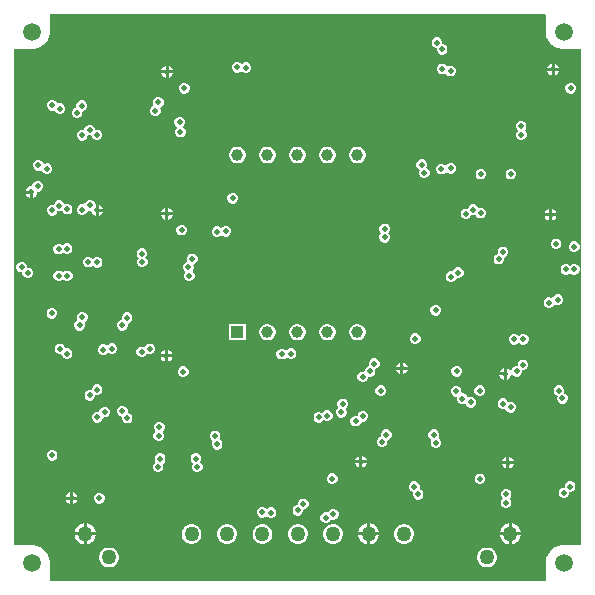
<source format=gbr>
G04*
G04 #@! TF.GenerationSoftware,Altium Limited,Altium Designer,23.8.1 (32)*
G04*
G04 Layer_Physical_Order=4*
G04 Layer_Color=36540*
%FSLAX44Y44*%
%MOMM*%
G71*
G04*
G04 #@! TF.SameCoordinates,4E8033DB-9698-49A7-8747-1B8CF0FAEC2F*
G04*
G04*
G04 #@! TF.FilePolarity,Positive*
G04*
G01*
G75*
%ADD18C,1.0000*%
%ADD19R,1.0000X1.0000*%
%ADD20C,1.5000*%
%ADD21C,0.5000*%
%ADD22C,1.2700*%
G36*
X458946Y490158D02*
X459843Y489259D01*
X459827Y475142D01*
X459898Y473678D01*
X460469Y470807D01*
X461590Y468103D01*
X463216Y465669D01*
X465286Y463599D01*
X467720Y461973D01*
X470424Y460852D01*
X473295Y460281D01*
X474759Y460209D01*
X474818D01*
X489823Y460168D01*
X489791Y41071D01*
X488893Y40174D01*
X474810Y40199D01*
Y40154D01*
X473343Y40082D01*
X470467Y39510D01*
X467757Y38387D01*
X465319Y36758D01*
X463245Y34684D01*
X461616Y32246D01*
X460493Y29536D01*
X459921Y26660D01*
X459849Y25193D01*
X459851Y11050D01*
X458953Y10152D01*
X39865Y10210D01*
X39851Y25144D01*
Y25197D01*
X39778Y26666D01*
X39205Y29548D01*
X38081Y32263D01*
X36448Y34707D01*
X34370Y36785D01*
X31927Y38417D01*
X29212Y39542D01*
X26329Y40115D01*
X24860Y40188D01*
X10740Y40184D01*
X9841Y41082D01*
X9844Y460135D01*
X24837Y460212D01*
X26306Y460285D01*
X29187Y460858D01*
X31901Y461982D01*
X34343Y463614D01*
X36421Y465691D01*
X38053Y468134D01*
X39177Y470848D01*
X39750Y473729D01*
X39822Y475197D01*
X39830D01*
X39901Y490167D01*
X39902D01*
X458946Y490158D01*
D02*
G37*
%LPC*%
G36*
X368609Y470360D02*
X366819D01*
X365165Y469675D01*
X363899Y468409D01*
X363214Y466755D01*
Y464965D01*
X363899Y463311D01*
X365165Y462045D01*
X366819Y461360D01*
X367539D01*
X367676Y461155D01*
Y459365D01*
X368361Y457711D01*
X369627Y456445D01*
X371281Y455760D01*
X373071D01*
X374725Y456445D01*
X375991Y457711D01*
X376676Y459365D01*
Y461155D01*
X375991Y462809D01*
X374725Y464075D01*
X373071Y464760D01*
X372351D01*
X372214Y464965D01*
Y466755D01*
X371529Y468409D01*
X370263Y469675D01*
X368609Y470360D01*
D02*
G37*
G36*
X467374Y448017D02*
Y444357D01*
X471034D01*
X470377Y445942D01*
X468959Y447360D01*
X467374Y448017D01*
D02*
G37*
G36*
X464834D02*
X463249Y447360D01*
X461832Y445942D01*
X461175Y444357D01*
X464834D01*
Y448017D01*
D02*
G37*
G36*
X140719Y446125D02*
Y442466D01*
X144378D01*
X143722Y444051D01*
X142304Y445469D01*
X140719Y446125D01*
D02*
G37*
G36*
X138179D02*
X136594Y445469D01*
X135176Y444051D01*
X134520Y442466D01*
X138179D01*
Y446125D01*
D02*
G37*
G36*
X199735Y449337D02*
X197945D01*
X196291Y448652D01*
X195025Y447386D01*
X194340Y445732D01*
Y443942D01*
X195025Y442288D01*
X196291Y441022D01*
X197945Y440337D01*
X199735D01*
X201389Y441022D01*
X202403Y442036D01*
X203545Y440895D01*
X205199Y440210D01*
X206989D01*
X208643Y440895D01*
X209909Y442161D01*
X210594Y443815D01*
Y445605D01*
X209909Y447259D01*
X208643Y448525D01*
X206989Y449210D01*
X205199D01*
X203545Y448525D01*
X202530Y447510D01*
X201389Y448652D01*
X199735Y449337D01*
D02*
G37*
G36*
X471034Y441817D02*
X467374D01*
Y438158D01*
X468959Y438815D01*
X470377Y440232D01*
X471034Y441817D01*
D02*
G37*
G36*
X464834D02*
X461175D01*
X461832Y440232D01*
X463249Y438815D01*
X464834Y438158D01*
Y441817D01*
D02*
G37*
G36*
X373342Y447988D02*
X371552D01*
X369898Y447303D01*
X368632Y446037D01*
X367947Y444383D01*
Y442593D01*
X368632Y440939D01*
X369898Y439673D01*
X371552Y438988D01*
X373342D01*
X374335Y439399D01*
X375785Y439216D01*
X377051Y437950D01*
X378705Y437265D01*
X380495D01*
X382149Y437950D01*
X383415Y439216D01*
X384100Y440870D01*
Y442660D01*
X383415Y444314D01*
X382149Y445580D01*
X380495Y446265D01*
X378705D01*
X377712Y445854D01*
X376261Y446037D01*
X374996Y447303D01*
X373342Y447988D01*
D02*
G37*
G36*
X144378Y439926D02*
X140719D01*
Y436267D01*
X142304Y436924D01*
X143722Y438341D01*
X144378Y439926D01*
D02*
G37*
G36*
X138179D02*
X134520D01*
X135176Y438341D01*
X136594Y436924D01*
X138179Y436267D01*
Y439926D01*
D02*
G37*
G36*
X481809Y431620D02*
X480019D01*
X478365Y430935D01*
X477099Y429669D01*
X476414Y428015D01*
Y426225D01*
X477099Y424571D01*
X478365Y423305D01*
X480019Y422620D01*
X481809D01*
X483463Y423305D01*
X484729Y424571D01*
X485414Y426225D01*
Y428015D01*
X484729Y429669D01*
X483463Y430935D01*
X481809Y431620D01*
D02*
G37*
G36*
X154750D02*
X152960D01*
X151306Y430935D01*
X150040Y429669D01*
X149355Y428015D01*
Y426225D01*
X150040Y424571D01*
X151306Y423305D01*
X152960Y422620D01*
X154750D01*
X156404Y423305D01*
X157670Y424571D01*
X158355Y426225D01*
Y428015D01*
X157670Y429669D01*
X156404Y430935D01*
X154750Y431620D01*
D02*
G37*
G36*
X42795Y417290D02*
X41005D01*
X39351Y416605D01*
X38085Y415340D01*
X37400Y413686D01*
Y411895D01*
X38085Y410242D01*
X39351Y408976D01*
X41005Y408290D01*
X42795D01*
X44176Y408863D01*
X44777Y407412D01*
X46043Y406146D01*
X47697Y405461D01*
X49487D01*
X51141Y406146D01*
X52407Y407412D01*
X53092Y409066D01*
Y410856D01*
X52407Y412510D01*
X51141Y413776D01*
X49487Y414461D01*
X47697D01*
X46316Y413889D01*
X45715Y415340D01*
X44449Y416605D01*
X42795Y417290D01*
D02*
G37*
G36*
X132822Y419635D02*
X131032D01*
X129378Y418949D01*
X128112Y417683D01*
X127427Y416030D01*
Y414239D01*
X128104Y412605D01*
X126900Y412106D01*
X125634Y410840D01*
X124949Y409186D01*
Y407396D01*
X125634Y405742D01*
X126900Y404476D01*
X128554Y403791D01*
X130344D01*
X131998Y404476D01*
X133264Y405742D01*
X133949Y407396D01*
Y409186D01*
X133272Y410821D01*
X134476Y411320D01*
X135742Y412585D01*
X136427Y414239D01*
Y416030D01*
X135742Y417683D01*
X134476Y418949D01*
X132822Y419635D01*
D02*
G37*
G36*
X67951Y416918D02*
X66161D01*
X64507Y416233D01*
X63241Y414967D01*
X62556Y413313D01*
Y411523D01*
X62603Y411410D01*
X62185Y410785D01*
X60531Y410100D01*
X59265Y408834D01*
X58580Y407180D01*
Y405390D01*
X59265Y403736D01*
X60531Y402470D01*
X62185Y401785D01*
X63975D01*
X65629Y402470D01*
X66895Y403736D01*
X67580Y405390D01*
Y407180D01*
X67534Y407293D01*
X67951Y407918D01*
X69605Y408603D01*
X70871Y409869D01*
X71556Y411523D01*
Y413313D01*
X70871Y414967D01*
X69605Y416233D01*
X67951Y416918D01*
D02*
G37*
G36*
X150877Y402942D02*
X149087D01*
X147433Y402257D01*
X146167Y400991D01*
X145482Y399337D01*
Y397547D01*
X146167Y395892D01*
X147241Y394818D01*
X147430Y394575D01*
X147363Y393281D01*
X146700Y392618D01*
X146015Y390964D01*
Y389174D01*
X146700Y387520D01*
X147966Y386254D01*
X149620Y385569D01*
X151410D01*
X153064Y386254D01*
X154330Y387520D01*
X155015Y389174D01*
Y390964D01*
X154330Y392618D01*
X153256Y393692D01*
X153067Y393936D01*
X153134Y395230D01*
X153797Y395892D01*
X154482Y397547D01*
Y399337D01*
X153797Y400991D01*
X152531Y402257D01*
X150877Y402942D01*
D02*
G37*
G36*
X439993Y399488D02*
X438203D01*
X436549Y398802D01*
X435283Y397537D01*
X434598Y395883D01*
Y394092D01*
X435283Y392439D01*
X436336Y391386D01*
X435411Y390461D01*
X434726Y388807D01*
Y387017D01*
X435411Y385363D01*
X436677Y384097D01*
X438331Y383412D01*
X440121D01*
X441775Y384097D01*
X443041Y385363D01*
X443726Y387017D01*
Y388807D01*
X443041Y390461D01*
X441988Y391514D01*
X442913Y392439D01*
X443598Y394092D01*
Y395883D01*
X442913Y397537D01*
X441647Y398802D01*
X439993Y399488D01*
D02*
G37*
G36*
X74542Y396320D02*
X72752D01*
X71098Y395635D01*
X69832Y394369D01*
X69147Y392715D01*
Y392560D01*
X68195Y391924D01*
X66405D01*
X64751Y391239D01*
X63485Y389973D01*
X62800Y388319D01*
Y386529D01*
X63485Y384875D01*
X64751Y383609D01*
X66405Y382924D01*
X68195D01*
X69849Y383609D01*
X71115Y384875D01*
X71800Y386529D01*
Y386684D01*
X72752Y387320D01*
X74542D01*
X74568Y387331D01*
X75447Y386743D01*
X76132Y385089D01*
X77398Y383824D01*
X79052Y383139D01*
X80842D01*
X82496Y383824D01*
X83762Y385089D01*
X84447Y386743D01*
Y388534D01*
X83762Y390188D01*
X82496Y391453D01*
X80842Y392138D01*
X79052D01*
X77998Y393076D01*
X77462Y394369D01*
X76196Y395635D01*
X74542Y396320D01*
D02*
G37*
G36*
X301362Y377640D02*
X299519D01*
X297738Y377163D01*
X296142Y376241D01*
X294839Y374938D01*
X293917Y373342D01*
X293440Y371562D01*
Y369719D01*
X293917Y367938D01*
X294839Y366342D01*
X296142Y365039D01*
X297738Y364117D01*
X299519Y363640D01*
X301362D01*
X303142Y364117D01*
X304738Y365039D01*
X306041Y366342D01*
X306963Y367938D01*
X307440Y369719D01*
Y371562D01*
X306963Y373342D01*
X306041Y374938D01*
X304738Y376241D01*
X303142Y377163D01*
X301362Y377640D01*
D02*
G37*
G36*
X275962D02*
X274118D01*
X272338Y377163D01*
X270742Y376241D01*
X269439Y374938D01*
X268517Y373342D01*
X268040Y371562D01*
Y369719D01*
X268517Y367938D01*
X269439Y366342D01*
X270742Y365039D01*
X272338Y364117D01*
X274118Y363640D01*
X275962D01*
X277742Y364117D01*
X279338Y365039D01*
X280641Y366342D01*
X281563Y367938D01*
X282040Y369719D01*
Y371562D01*
X281563Y373342D01*
X280641Y374938D01*
X279338Y376241D01*
X277742Y377163D01*
X275962Y377640D01*
D02*
G37*
G36*
X250562D02*
X248718D01*
X246938Y377163D01*
X245342Y376241D01*
X244039Y374938D01*
X243117Y373342D01*
X242640Y371562D01*
Y369719D01*
X243117Y367938D01*
X244039Y366342D01*
X245342Y365039D01*
X246938Y364117D01*
X248718Y363640D01*
X250562D01*
X252342Y364117D01*
X253938Y365039D01*
X255241Y366342D01*
X256163Y367938D01*
X256640Y369719D01*
Y371562D01*
X256163Y373342D01*
X255241Y374938D01*
X253938Y376241D01*
X252342Y377163D01*
X250562Y377640D01*
D02*
G37*
G36*
X225162D02*
X223319D01*
X221538Y377163D01*
X219942Y376241D01*
X218639Y374938D01*
X217717Y373342D01*
X217240Y371562D01*
Y369719D01*
X217717Y367938D01*
X218639Y366342D01*
X219942Y365039D01*
X221538Y364117D01*
X223319Y363640D01*
X225162D01*
X226942Y364117D01*
X228538Y365039D01*
X229841Y366342D01*
X230763Y367938D01*
X231240Y369719D01*
Y371562D01*
X230763Y373342D01*
X229841Y374938D01*
X228538Y376241D01*
X226942Y377163D01*
X225162Y377640D01*
D02*
G37*
G36*
X199762D02*
X197918D01*
X196138Y377163D01*
X194542Y376241D01*
X193239Y374938D01*
X192317Y373342D01*
X191840Y371562D01*
Y369719D01*
X192317Y367938D01*
X193239Y366342D01*
X194542Y365039D01*
X196138Y364117D01*
X197918Y363640D01*
X199762D01*
X201542Y364117D01*
X203138Y365039D01*
X204441Y366342D01*
X205363Y367938D01*
X205840Y369719D01*
Y371562D01*
X205363Y373342D01*
X204441Y374938D01*
X203138Y376241D01*
X201542Y377163D01*
X199762Y377640D01*
D02*
G37*
G36*
X380495Y363782D02*
X378705D01*
X377051Y363097D01*
X375785Y361831D01*
X374540Y362144D01*
X374102Y362582D01*
X372448Y363268D01*
X370658D01*
X369004Y362582D01*
X367738Y361316D01*
X367053Y359663D01*
Y357872D01*
X367738Y356218D01*
X369004Y354953D01*
X370658Y354268D01*
X372448D01*
X374102Y354953D01*
X375368Y356218D01*
X376613Y355905D01*
X377051Y355467D01*
X378705Y354782D01*
X380495D01*
X382149Y355467D01*
X383415Y356732D01*
X384100Y358386D01*
Y360177D01*
X383415Y361831D01*
X382149Y363097D01*
X380495Y363782D01*
D02*
G37*
G36*
X31256Y366519D02*
X29466D01*
X27812Y365834D01*
X26546Y364568D01*
X25861Y362914D01*
Y361124D01*
X26546Y359470D01*
X27812Y358204D01*
X29466Y357519D01*
X31256D01*
X31608Y357665D01*
X33251Y356970D01*
X33466Y356450D01*
X34732Y355184D01*
X36386Y354499D01*
X38177D01*
X39831Y355184D01*
X41096Y356450D01*
X41781Y358103D01*
Y359894D01*
X41096Y361548D01*
X39831Y362813D01*
X38177Y363499D01*
X36386D01*
X36035Y363353D01*
X34392Y364047D01*
X34176Y364568D01*
X32910Y365834D01*
X31256Y366519D01*
D02*
G37*
G36*
X355734Y367095D02*
X353944D01*
X352290Y366410D01*
X351024Y365144D01*
X350339Y363490D01*
Y361700D01*
X351024Y360046D01*
X352290Y358780D01*
X353243Y358385D01*
X353263Y358286D01*
X352578Y356632D01*
Y354841D01*
X353263Y353187D01*
X354529Y351922D01*
X356183Y351237D01*
X357973D01*
X359627Y351922D01*
X360893Y353187D01*
X361578Y354841D01*
Y356632D01*
X360893Y358286D01*
X359627Y359552D01*
X358674Y359946D01*
X358654Y360046D01*
X359339Y361700D01*
Y363490D01*
X358654Y365144D01*
X357388Y366410D01*
X355734Y367095D01*
D02*
G37*
G36*
X431295Y358999D02*
X429505D01*
X427851Y358314D01*
X426585Y357048D01*
X425900Y355394D01*
Y353604D01*
X426585Y351950D01*
X427851Y350684D01*
X429505Y349999D01*
X431295D01*
X432949Y350684D01*
X434215Y351950D01*
X434900Y353604D01*
Y355394D01*
X434215Y357048D01*
X432949Y358314D01*
X431295Y358999D01*
D02*
G37*
G36*
X405895Y358965D02*
X404105D01*
X402451Y358279D01*
X401185Y357014D01*
X400500Y355360D01*
Y353569D01*
X401185Y351916D01*
X402451Y350650D01*
X404105Y349965D01*
X405895D01*
X407549Y350650D01*
X408815Y351916D01*
X409500Y353569D01*
Y355360D01*
X408815Y357014D01*
X407549Y358279D01*
X405895Y358965D01*
D02*
G37*
G36*
X30606Y348672D02*
X28816D01*
X27162Y347986D01*
X25896Y346721D01*
X25211Y345067D01*
Y344083D01*
X23409D01*
X21556Y343316D01*
X20138Y341898D01*
X19482Y340313D01*
X24411D01*
Y339043D01*
X25681D01*
Y334114D01*
X27266Y334770D01*
X28684Y336188D01*
X29451Y338041D01*
Y339672D01*
X30606D01*
X32260Y340357D01*
X33526Y341623D01*
X34211Y343276D01*
Y345067D01*
X33526Y346721D01*
X32260Y347986D01*
X30606Y348672D01*
D02*
G37*
G36*
X23141Y337773D02*
X19482D01*
X20138Y336188D01*
X21556Y334770D01*
X23141Y334114D01*
Y337773D01*
D02*
G37*
G36*
X195833Y338610D02*
X194042D01*
X192388Y337925D01*
X191122Y336659D01*
X190437Y335005D01*
Y333215D01*
X191122Y331561D01*
X192388Y330295D01*
X194042Y329610D01*
X195833D01*
X197486Y330295D01*
X198752Y331561D01*
X199437Y333215D01*
Y335005D01*
X198752Y336659D01*
X197486Y337925D01*
X195833Y338610D01*
D02*
G37*
G36*
X48835Y332377D02*
X47045D01*
X45391Y331692D01*
X44125Y330426D01*
X43440Y328772D01*
X42862Y328386D01*
X42795Y328414D01*
X41005D01*
X39351Y327729D01*
X38085Y326463D01*
X37400Y324809D01*
Y323019D01*
X38085Y321365D01*
X39351Y320099D01*
X41005Y319414D01*
X42795D01*
X44449Y320099D01*
X45715Y321365D01*
X46400Y323019D01*
X46978Y323405D01*
X47045Y323377D01*
X48835D01*
X50115Y323907D01*
X50785Y322290D01*
X52051Y321024D01*
X53705Y320339D01*
X55495D01*
X57149Y321024D01*
X58415Y322290D01*
X59100Y323944D01*
Y325734D01*
X58415Y327388D01*
X57149Y328654D01*
X55495Y329339D01*
X53705D01*
X52425Y328809D01*
X51755Y330426D01*
X50489Y331692D01*
X48835Y332377D01*
D02*
G37*
G36*
X81270Y328939D02*
Y325280D01*
X84929D01*
X84273Y326865D01*
X82855Y328283D01*
X81270Y328939D01*
D02*
G37*
G36*
X399459Y328856D02*
X397668D01*
X396015Y328171D01*
X394749Y326905D01*
X394063Y325251D01*
X393828Y325094D01*
X393239Y325338D01*
X391449D01*
X389795Y324653D01*
X388529Y323387D01*
X387844Y321733D01*
Y319943D01*
X388529Y318289D01*
X389795Y317023D01*
X391449Y316338D01*
X393239D01*
X394893Y317023D01*
X396159Y318289D01*
X396844Y319943D01*
X397080Y320100D01*
X397668Y319856D01*
X399459D01*
X400625Y320340D01*
X401185Y318988D01*
X402451Y317722D01*
X404105Y317037D01*
X405895D01*
X407549Y317722D01*
X408815Y318988D01*
X409500Y320641D01*
Y322432D01*
X408815Y324086D01*
X407549Y325351D01*
X405895Y326036D01*
X404105D01*
X402938Y325553D01*
X402378Y326905D01*
X401113Y328171D01*
X399459Y328856D01*
D02*
G37*
G36*
X140356Y325873D02*
Y322213D01*
X144016D01*
X143359Y323798D01*
X141941Y325216D01*
X140356Y325873D01*
D02*
G37*
G36*
X137816D02*
X136231Y325216D01*
X134814Y323798D01*
X134157Y322213D01*
X137816D01*
Y325873D01*
D02*
G37*
G36*
X465232Y325175D02*
Y321516D01*
X468891D01*
X468235Y323101D01*
X466817Y324518D01*
X465232Y325175D01*
D02*
G37*
G36*
X462692D02*
X461107Y324518D01*
X459689Y323101D01*
X459033Y321516D01*
X462692D01*
Y325175D01*
D02*
G37*
G36*
X84929Y322740D02*
X81270D01*
Y319081D01*
X82855Y319738D01*
X84273Y321155D01*
X84929Y322740D01*
D02*
G37*
G36*
X74975Y332477D02*
X73185D01*
X71531Y331792D01*
X70265Y330526D01*
X69943Y329749D01*
X68472Y328984D01*
X66682D01*
X65028Y328299D01*
X63762Y327033D01*
X63077Y325379D01*
Y323589D01*
X63762Y321935D01*
X65028Y320669D01*
X66682Y319984D01*
X68472D01*
X70126Y320669D01*
X71392Y321935D01*
X71714Y322712D01*
X73185Y323477D01*
X74960D01*
Y323008D01*
X75727Y321155D01*
X77145Y319738D01*
X78730Y319081D01*
Y324010D01*
Y328939D01*
X78578Y328877D01*
X77895Y330526D01*
X76629Y331792D01*
X74975Y332477D01*
D02*
G37*
G36*
X144016Y319673D02*
X140356D01*
Y316014D01*
X141941Y316671D01*
X143359Y318088D01*
X144016Y319673D01*
D02*
G37*
G36*
X137816D02*
X134157D01*
X134814Y318088D01*
X136231Y316671D01*
X137816Y316014D01*
Y319673D01*
D02*
G37*
G36*
X468891Y318976D02*
X465232D01*
Y315316D01*
X466817Y315973D01*
X468235Y317391D01*
X468891Y318976D01*
D02*
G37*
G36*
X462692D02*
X459033D01*
X459689Y317391D01*
X461107Y315973D01*
X462692Y315316D01*
Y318976D01*
D02*
G37*
G36*
X189895Y310500D02*
X188105D01*
X186451Y309815D01*
X185327Y308691D01*
X184443Y309575D01*
X182789Y310260D01*
X180998D01*
X179345Y309575D01*
X178079Y308309D01*
X177394Y306655D01*
Y304865D01*
X178079Y303211D01*
X179345Y301945D01*
X180998Y301260D01*
X182789D01*
X184443Y301945D01*
X185567Y303069D01*
X186451Y302185D01*
X188105Y301500D01*
X189895D01*
X191549Y302185D01*
X192815Y303451D01*
X193500Y305105D01*
Y306895D01*
X192815Y308549D01*
X191549Y309815D01*
X189895Y310500D01*
D02*
G37*
G36*
X152630Y311620D02*
X150840D01*
X149186Y310935D01*
X147920Y309669D01*
X147235Y308015D01*
Y306225D01*
X147920Y304571D01*
X149186Y303305D01*
X150840Y302620D01*
X152630D01*
X154284Y303305D01*
X155550Y304571D01*
X156235Y306225D01*
Y308015D01*
X155550Y309669D01*
X154284Y310935D01*
X152630Y311620D01*
D02*
G37*
G36*
X324491Y312590D02*
X322700D01*
X321046Y311905D01*
X319781Y310639D01*
X319095Y308985D01*
Y307195D01*
X319781Y305541D01*
X320680Y304642D01*
X319643Y303605D01*
X318958Y301951D01*
Y300160D01*
X319643Y298507D01*
X320909Y297241D01*
X322563Y296556D01*
X324353D01*
X326007Y297241D01*
X327272Y298507D01*
X327958Y300160D01*
Y301951D01*
X327272Y303605D01*
X326373Y304504D01*
X327410Y305541D01*
X328096Y307195D01*
Y308985D01*
X327410Y310639D01*
X326145Y311905D01*
X324491Y312590D01*
D02*
G37*
G36*
X55495Y295803D02*
X53705D01*
X52051Y295118D01*
X50866Y293933D01*
X50033Y294766D01*
X48379Y295451D01*
X46589D01*
X44935Y294766D01*
X43669Y293500D01*
X42984Y291846D01*
Y290056D01*
X43669Y288402D01*
X44935Y287136D01*
X46589Y286451D01*
X48379D01*
X50033Y287136D01*
X51218Y288321D01*
X52051Y287488D01*
X53705Y286803D01*
X55495D01*
X57149Y287488D01*
X58415Y288754D01*
X59100Y290408D01*
Y292198D01*
X58415Y293852D01*
X57149Y295118D01*
X55495Y295803D01*
D02*
G37*
G36*
X469618Y299952D02*
X467828D01*
X466174Y299267D01*
X464908Y298001D01*
X464223Y296347D01*
Y294557D01*
X464908Y292903D01*
X466174Y291637D01*
X467828Y290952D01*
X469618D01*
X471272Y291637D01*
X472538Y292903D01*
X473223Y294557D01*
Y296347D01*
X472538Y298001D01*
X471272Y299267D01*
X469618Y299952D01*
D02*
G37*
G36*
X484930Y297634D02*
X483140D01*
X481486Y296949D01*
X480220Y295683D01*
X479535Y294029D01*
Y292239D01*
X480220Y290585D01*
X481486Y289319D01*
X483140Y288634D01*
X484930D01*
X486584Y289319D01*
X487850Y290585D01*
X488535Y292239D01*
Y294029D01*
X487850Y295683D01*
X486584Y296949D01*
X484930Y297634D01*
D02*
G37*
G36*
X424451Y293182D02*
X422661D01*
X421007Y292497D01*
X419741Y291231D01*
X419056Y289577D01*
Y287787D01*
X418217Y286537D01*
X417668Y286309D01*
X416402Y285044D01*
X415717Y283390D01*
Y281599D01*
X416402Y279945D01*
X417668Y278680D01*
X419322Y277994D01*
X421112D01*
X422766Y278680D01*
X424032Y279945D01*
X424717Y281599D01*
Y283390D01*
X425556Y284640D01*
X426105Y284867D01*
X427371Y286133D01*
X428056Y287787D01*
Y289577D01*
X427371Y291231D01*
X426105Y292497D01*
X424451Y293182D01*
D02*
G37*
G36*
X484895Y278500D02*
X483105D01*
X481451Y277815D01*
X480354Y276718D01*
X479508Y277564D01*
X477854Y278249D01*
X476064D01*
X474410Y277564D01*
X473144Y276299D01*
X472459Y274645D01*
Y272854D01*
X473144Y271201D01*
X474410Y269935D01*
X476064Y269249D01*
X477854D01*
X479508Y269935D01*
X480605Y271031D01*
X481451Y270185D01*
X483105Y269500D01*
X484895D01*
X486549Y270185D01*
X487815Y271451D01*
X488500Y273105D01*
Y274895D01*
X487815Y276549D01*
X486549Y277815D01*
X484895Y278500D01*
D02*
G37*
G36*
X118911Y291769D02*
X117121D01*
X115467Y291084D01*
X114201Y289818D01*
X113516Y288164D01*
Y286374D01*
X114201Y284720D01*
X115344Y283577D01*
X114525Y282757D01*
X113840Y281103D01*
Y279313D01*
X114525Y277659D01*
X115791Y276393D01*
X117445Y275708D01*
X119235D01*
X120889Y276393D01*
X122155Y277659D01*
X122840Y279313D01*
Y281103D01*
X122155Y282757D01*
X121012Y283901D01*
X121831Y284720D01*
X122516Y286374D01*
Y288164D01*
X121831Y289818D01*
X120565Y291084D01*
X118911Y291769D01*
D02*
G37*
G36*
X73587Y284481D02*
X71796D01*
X70142Y283796D01*
X68877Y282530D01*
X68192Y280876D01*
Y279086D01*
X68877Y277432D01*
X70142Y276166D01*
X71796Y275481D01*
X73587D01*
X75241Y276166D01*
X76240Y277165D01*
X77413Y275991D01*
X79067Y275306D01*
X80858D01*
X82512Y275991D01*
X83777Y277257D01*
X84462Y278911D01*
Y280701D01*
X83777Y282355D01*
X82512Y283621D01*
X80858Y284306D01*
X79067D01*
X77413Y283621D01*
X76414Y282622D01*
X75241Y283796D01*
X73587Y284481D01*
D02*
G37*
G36*
X16952Y280231D02*
X15162D01*
X13508Y279546D01*
X12242Y278280D01*
X11557Y276626D01*
Y274836D01*
X12242Y273182D01*
X13508Y271916D01*
X15162Y271231D01*
X16769D01*
Y270011D01*
X17454Y268357D01*
X18720Y267091D01*
X20374Y266406D01*
X22164D01*
X23818Y267091D01*
X25084Y268357D01*
X25769Y270011D01*
Y271801D01*
X25084Y273455D01*
X23818Y274721D01*
X22164Y275406D01*
X20557D01*
Y276626D01*
X19872Y278280D01*
X18606Y279546D01*
X16952Y280231D01*
D02*
G37*
G36*
X48495Y272810D02*
X46705D01*
X45051Y272125D01*
X43786Y270860D01*
X43100Y269206D01*
Y267415D01*
X43786Y265761D01*
X45051Y264496D01*
X46705Y263811D01*
X48495D01*
X50149Y264496D01*
X51131Y265477D01*
X52170Y264439D01*
X53824Y263754D01*
X55614D01*
X57268Y264439D01*
X58534Y265705D01*
X59219Y267359D01*
Y269149D01*
X58534Y270803D01*
X57268Y272069D01*
X55614Y272754D01*
X53824D01*
X52170Y272069D01*
X51188Y271087D01*
X50149Y272125D01*
X48495Y272810D01*
D02*
G37*
G36*
X161459Y287204D02*
X159669D01*
X158015Y286518D01*
X156749Y285252D01*
X156064Y283599D01*
Y281808D01*
X156252Y281353D01*
X155605Y279892D01*
X154644Y279494D01*
X153378Y278228D01*
X152693Y276574D01*
Y274784D01*
X153378Y273130D01*
X154239Y272269D01*
X154338Y270786D01*
X153653Y269132D01*
Y267342D01*
X154338Y265688D01*
X155604Y264422D01*
X157258Y263737D01*
X159048D01*
X160702Y264422D01*
X161968Y265688D01*
X162653Y267342D01*
Y269132D01*
X161968Y270786D01*
X161107Y271647D01*
X161008Y273130D01*
X161693Y274784D01*
Y276574D01*
X161504Y277030D01*
X162152Y278491D01*
X163113Y278889D01*
X164379Y280154D01*
X165064Y281808D01*
Y283599D01*
X164379Y285252D01*
X163113Y286518D01*
X161459Y287204D01*
D02*
G37*
G36*
X386829Y275605D02*
X385039D01*
X383385Y274920D01*
X382119Y273654D01*
X381852Y273010D01*
X380495Y272197D01*
X378705D01*
X377051Y271512D01*
X375785Y270246D01*
X375100Y268592D01*
Y266802D01*
X375785Y265148D01*
X377051Y263882D01*
X378705Y263197D01*
X380495D01*
X382149Y263882D01*
X383415Y265148D01*
X383682Y265792D01*
X385039Y266605D01*
X386829D01*
X388483Y267290D01*
X389749Y268556D01*
X390434Y270210D01*
Y272000D01*
X389749Y273654D01*
X388483Y274920D01*
X386829Y275605D01*
D02*
G37*
G36*
X470855Y252685D02*
X469065D01*
X467411Y252000D01*
X466145Y250734D01*
X465967Y250303D01*
X464532Y249766D01*
X463411Y250231D01*
X461621D01*
X459967Y249545D01*
X458701Y248280D01*
X458016Y246626D01*
Y244835D01*
X458701Y243181D01*
X459967Y241916D01*
X461621Y241231D01*
X463411D01*
X465065Y241916D01*
X466331Y243181D01*
X466510Y243612D01*
X467944Y244150D01*
X469065Y243685D01*
X470855D01*
X472509Y244370D01*
X473775Y245636D01*
X474460Y247290D01*
Y249081D01*
X473775Y250734D01*
X472509Y252000D01*
X470855Y252685D01*
D02*
G37*
G36*
X367652Y243716D02*
X365862D01*
X364208Y243030D01*
X362942Y241765D01*
X362257Y240111D01*
Y238321D01*
X362942Y236667D01*
X364208Y235401D01*
X365862Y234716D01*
X367652D01*
X369306Y235401D01*
X370572Y236667D01*
X371257Y238321D01*
Y240111D01*
X370572Y241765D01*
X369306Y243030D01*
X367652Y243716D01*
D02*
G37*
G36*
X42622Y241128D02*
X40832D01*
X39178Y240443D01*
X37912Y239177D01*
X37227Y237523D01*
Y235732D01*
X37912Y234079D01*
X39178Y232813D01*
X40832Y232128D01*
X42622D01*
X44276Y232813D01*
X45542Y234079D01*
X46227Y235732D01*
Y237523D01*
X45542Y239177D01*
X44276Y240443D01*
X42622Y241128D01*
D02*
G37*
G36*
X106295Y237453D02*
X104505D01*
X102851Y236768D01*
X101585Y235502D01*
X100900Y233848D01*
Y232058D01*
X100068Y230747D01*
X98880Y230255D01*
X97614Y228989D01*
X96929Y227335D01*
Y225545D01*
X97614Y223891D01*
X98880Y222625D01*
X100534Y221940D01*
X102324D01*
X103978Y222625D01*
X105244Y223891D01*
X105929Y225545D01*
Y227335D01*
X106761Y228646D01*
X107949Y229138D01*
X109215Y230404D01*
X109900Y232058D01*
Y233848D01*
X109215Y235502D01*
X107949Y236768D01*
X106295Y237453D01*
D02*
G37*
G36*
X68345Y237897D02*
X66555D01*
X64901Y237212D01*
X63636Y235947D01*
X62950Y234293D01*
Y232502D01*
X63242Y231799D01*
X62624Y230225D01*
X61358Y228959D01*
X60673Y227305D01*
Y225515D01*
X61358Y223861D01*
X62624Y222595D01*
X64278Y221910D01*
X66068D01*
X67722Y222595D01*
X68988Y223861D01*
X69673Y225515D01*
Y227305D01*
X69381Y228008D01*
X69999Y229583D01*
X71265Y230849D01*
X71950Y232502D01*
Y234293D01*
X71265Y235947D01*
X69999Y237212D01*
X68345Y237897D01*
D02*
G37*
G36*
X301362Y227640D02*
X299519D01*
X297738Y227163D01*
X296142Y226241D01*
X294839Y224938D01*
X293917Y223342D01*
X293440Y221562D01*
Y219718D01*
X293917Y217938D01*
X294839Y216342D01*
X296142Y215039D01*
X297738Y214117D01*
X299519Y213640D01*
X301362D01*
X303142Y214117D01*
X304738Y215039D01*
X306041Y216342D01*
X306963Y217938D01*
X307440Y219718D01*
Y221562D01*
X306963Y223342D01*
X306041Y224938D01*
X304738Y226241D01*
X303142Y227163D01*
X301362Y227640D01*
D02*
G37*
G36*
X275962D02*
X274118D01*
X272338Y227163D01*
X270742Y226241D01*
X269439Y224938D01*
X268517Y223342D01*
X268040Y221562D01*
Y219718D01*
X268517Y217938D01*
X269439Y216342D01*
X270742Y215039D01*
X272338Y214117D01*
X274118Y213640D01*
X275962D01*
X277742Y214117D01*
X279338Y215039D01*
X280641Y216342D01*
X281563Y217938D01*
X282040Y219718D01*
Y221562D01*
X281563Y223342D01*
X280641Y224938D01*
X279338Y226241D01*
X277742Y227163D01*
X275962Y227640D01*
D02*
G37*
G36*
X250562D02*
X248718D01*
X246938Y227163D01*
X245342Y226241D01*
X244039Y224938D01*
X243117Y223342D01*
X242640Y221562D01*
Y219718D01*
X243117Y217938D01*
X244039Y216342D01*
X245342Y215039D01*
X246938Y214117D01*
X248718Y213640D01*
X250562D01*
X252342Y214117D01*
X253938Y215039D01*
X255241Y216342D01*
X256163Y217938D01*
X256640Y219718D01*
Y221562D01*
X256163Y223342D01*
X255241Y224938D01*
X253938Y226241D01*
X252342Y227163D01*
X250562Y227640D01*
D02*
G37*
G36*
X225162D02*
X223319D01*
X221538Y227163D01*
X219942Y226241D01*
X218639Y224938D01*
X217717Y223342D01*
X217240Y221562D01*
Y219718D01*
X217717Y217938D01*
X218639Y216342D01*
X219942Y215039D01*
X221538Y214117D01*
X223319Y213640D01*
X225162D01*
X226942Y214117D01*
X228538Y215039D01*
X229841Y216342D01*
X230763Y217938D01*
X231240Y219718D01*
Y221562D01*
X230763Y223342D01*
X229841Y224938D01*
X228538Y226241D01*
X226942Y227163D01*
X225162Y227640D01*
D02*
G37*
G36*
X205840D02*
X191840D01*
Y213640D01*
X205840D01*
Y227640D01*
D02*
G37*
G36*
X350406Y219800D02*
X348616D01*
X346962Y219115D01*
X345696Y217849D01*
X345011Y216195D01*
Y214405D01*
X345696Y212751D01*
X346962Y211485D01*
X348616Y210800D01*
X350406D01*
X352061Y211485D01*
X353326Y212751D01*
X354011Y214405D01*
Y216195D01*
X353326Y217849D01*
X352061Y219115D01*
X350406Y219800D01*
D02*
G37*
G36*
X434231Y219175D02*
X432441D01*
X430787Y218490D01*
X429521Y217224D01*
X428836Y215570D01*
Y213780D01*
X429521Y212126D01*
X430787Y210860D01*
X432441Y210175D01*
X434231D01*
X435885Y210860D01*
X437036Y212011D01*
X438274Y210772D01*
X439928Y210087D01*
X441718D01*
X443372Y210772D01*
X444638Y212038D01*
X445323Y213692D01*
Y215482D01*
X444638Y217136D01*
X443372Y218402D01*
X441718Y219087D01*
X439928D01*
X438274Y218402D01*
X437123Y217252D01*
X435885Y218490D01*
X434231Y219175D01*
D02*
G37*
G36*
X93399Y211185D02*
X91608D01*
X89954Y210500D01*
X88688Y209235D01*
X88037Y209529D01*
X88005Y209560D01*
X86351Y210245D01*
X84561D01*
X82907Y209560D01*
X81642Y208295D01*
X80956Y206641D01*
Y204850D01*
X81642Y203196D01*
X82907Y201931D01*
X84561Y201245D01*
X86351D01*
X88005Y201931D01*
X89271Y203196D01*
X89923Y202902D01*
X89954Y202871D01*
X91608Y202185D01*
X93399D01*
X95052Y202871D01*
X96318Y204136D01*
X97003Y205790D01*
Y207581D01*
X96318Y209235D01*
X95052Y210500D01*
X93399Y211185D01*
D02*
G37*
G36*
X125503Y211076D02*
X123713D01*
X122059Y210391D01*
X120793Y209125D01*
X120262Y207843D01*
X118782Y208456D01*
X116991D01*
X115337Y207771D01*
X114072Y206505D01*
X113386Y204851D01*
Y203061D01*
X114072Y201407D01*
X115337Y200141D01*
X116991Y199456D01*
X118782D01*
X120435Y200141D01*
X121701Y201407D01*
X122233Y202689D01*
X123713Y202076D01*
X125503D01*
X127157Y202761D01*
X128423Y204027D01*
X129108Y205681D01*
Y207472D01*
X128423Y209125D01*
X127157Y210391D01*
X125503Y211076D01*
D02*
G37*
G36*
X245205Y206996D02*
X243414D01*
X241760Y206311D01*
X240894Y205445D01*
X240464Y205054D01*
X239270Y205409D01*
X238758Y205921D01*
X237104Y206607D01*
X235314D01*
X233660Y205921D01*
X232394Y204656D01*
X231709Y203002D01*
Y201211D01*
X232394Y199557D01*
X233660Y198292D01*
X235314Y197607D01*
X237104D01*
X238758Y198292D01*
X239624Y199158D01*
X240055Y199548D01*
X241248Y199194D01*
X241760Y198681D01*
X243414Y197996D01*
X245205D01*
X246859Y198681D01*
X248124Y199947D01*
X248809Y201601D01*
Y203391D01*
X248124Y205045D01*
X246859Y206311D01*
X245205Y206996D01*
D02*
G37*
G36*
X140038Y205715D02*
Y202055D01*
X143698D01*
X143041Y203640D01*
X141623Y205058D01*
X140038Y205715D01*
D02*
G37*
G36*
X137499D02*
X135913Y205058D01*
X134496Y203640D01*
X133839Y202055D01*
X137499D01*
Y205715D01*
D02*
G37*
G36*
X49503Y210935D02*
X47713D01*
X46059Y210250D01*
X44793Y208984D01*
X44108Y207330D01*
Y205539D01*
X44793Y203885D01*
X46059Y202620D01*
X47713Y201935D01*
X49503D01*
X50380Y200923D01*
X50785Y199946D01*
X52051Y198680D01*
X53705Y197995D01*
X55495D01*
X57149Y198680D01*
X58415Y199946D01*
X59100Y201600D01*
Y203390D01*
X58415Y205044D01*
X57149Y206310D01*
X55495Y206995D01*
X53705D01*
X52828Y208006D01*
X52423Y208984D01*
X51157Y210250D01*
X49503Y210935D01*
D02*
G37*
G36*
X143698Y199515D02*
X140038D01*
Y195856D01*
X141623Y196513D01*
X143041Y197931D01*
X143698Y199515D01*
D02*
G37*
G36*
X137499D02*
X133839D01*
X134496Y197931D01*
X135913Y196513D01*
X137499Y195856D01*
Y199515D01*
D02*
G37*
G36*
X339458Y194910D02*
Y191251D01*
X343117D01*
X342461Y192836D01*
X341043Y194254D01*
X339458Y194910D01*
D02*
G37*
G36*
X336918D02*
X335333Y194254D01*
X333915Y192836D01*
X333259Y191251D01*
X336918D01*
Y194910D01*
D02*
G37*
G36*
X441482Y197520D02*
X439691D01*
X438037Y196835D01*
X436772Y195569D01*
X436087Y193915D01*
Y192125D01*
X435983Y191970D01*
X434411D01*
X432757Y191285D01*
X431491Y190019D01*
X430919Y188639D01*
X430311Y188413D01*
X430093Y188374D01*
X429543Y188382D01*
X428310Y189615D01*
X426725Y190271D01*
Y185342D01*
Y180413D01*
X428310Y181069D01*
X429728Y182487D01*
X430471Y184281D01*
X430530Y184319D01*
X430755Y184402D01*
X431765Y184646D01*
X432757Y183655D01*
X434411Y182970D01*
X436201D01*
X437855Y183655D01*
X439121Y184921D01*
X439806Y186574D01*
Y188365D01*
X439910Y188520D01*
X441482D01*
X443135Y189205D01*
X444401Y190471D01*
X445087Y192125D01*
Y193915D01*
X444401Y195569D01*
X443135Y196835D01*
X441482Y197520D01*
D02*
G37*
G36*
X424185Y190271D02*
X422600Y189615D01*
X421182Y188197D01*
X420526Y186612D01*
X424185D01*
Y190271D01*
D02*
G37*
G36*
X343117Y188711D02*
X339458D01*
Y185052D01*
X341043Y185708D01*
X342461Y187126D01*
X343117Y188711D01*
D02*
G37*
G36*
X336918D02*
X333259D01*
X333915Y187126D01*
X335333Y185708D01*
X336918Y185052D01*
Y188711D01*
D02*
G37*
G36*
X385375Y192003D02*
X383585D01*
X381931Y191317D01*
X380665Y190051D01*
X379980Y188398D01*
Y186607D01*
X380665Y184953D01*
X381931Y183688D01*
X383585Y183002D01*
X385375D01*
X387029Y183688D01*
X388295Y184953D01*
X388980Y186607D01*
Y188398D01*
X388295Y190051D01*
X387029Y191317D01*
X385375Y192003D01*
D02*
G37*
G36*
X153927Y191620D02*
X152137D01*
X150483Y190935D01*
X149217Y189669D01*
X148532Y188015D01*
Y186225D01*
X149217Y184571D01*
X150483Y183305D01*
X152137Y182620D01*
X153927D01*
X155581Y183305D01*
X156847Y184571D01*
X157532Y186225D01*
Y188015D01*
X156847Y189669D01*
X155581Y190935D01*
X153927Y191620D01*
D02*
G37*
G36*
X424185Y184072D02*
X420526D01*
X421182Y182487D01*
X422600Y181069D01*
X424185Y180413D01*
Y184072D01*
D02*
G37*
G36*
X315602Y198581D02*
X313811D01*
X312157Y197896D01*
X310892Y196630D01*
X310207Y194977D01*
Y193186D01*
X310555Y192346D01*
X310317Y191990D01*
X308663Y191305D01*
X307397Y190039D01*
X306715Y188392D01*
X306432Y187737D01*
X305876Y187365D01*
X304086D01*
X302432Y186680D01*
X301166Y185414D01*
X300481Y183760D01*
Y181970D01*
X301166Y180316D01*
X302432Y179050D01*
X304086Y178365D01*
X305876D01*
X307530Y179050D01*
X308796Y180316D01*
X309478Y181963D01*
X309760Y182619D01*
X310317Y182990D01*
X312107D01*
X313761Y183675D01*
X315027Y184941D01*
X315712Y186595D01*
Y188385D01*
X315364Y189226D01*
X315602Y189582D01*
X317256Y190266D01*
X318521Y191532D01*
X319207Y193186D01*
Y194977D01*
X318521Y196630D01*
X317256Y197896D01*
X315602Y198581D01*
D02*
G37*
G36*
X320961Y175756D02*
X319171D01*
X317517Y175071D01*
X316251Y173805D01*
X315566Y172151D01*
Y170361D01*
X316251Y168707D01*
X317517Y167441D01*
X319171Y166756D01*
X320961D01*
X322615Y167441D01*
X323881Y168707D01*
X324566Y170361D01*
Y172151D01*
X323881Y173805D01*
X322615Y175071D01*
X320961Y175756D01*
D02*
G37*
G36*
X404792Y175680D02*
X403002D01*
X401348Y174995D01*
X400082Y173729D01*
X399397Y172075D01*
Y170285D01*
X400082Y168631D01*
X401348Y167365D01*
X403002Y166680D01*
X404792D01*
X406446Y167365D01*
X407712Y168631D01*
X408397Y170285D01*
Y172075D01*
X407712Y173729D01*
X406446Y174995D01*
X404792Y175680D01*
D02*
G37*
G36*
X80895Y176515D02*
X79105D01*
X77451Y175830D01*
X76185Y174564D01*
X75500Y172910D01*
Y172201D01*
X74924Y171816D01*
X73134D01*
X71480Y171131D01*
X70214Y169865D01*
X69529Y168211D01*
Y166420D01*
X70214Y164767D01*
X71480Y163501D01*
X73134Y162816D01*
X74924D01*
X76578Y163501D01*
X77844Y164767D01*
X78529Y166420D01*
Y167130D01*
X79105Y167515D01*
X80895D01*
X82549Y168200D01*
X83815Y169466D01*
X84500Y171120D01*
Y172910D01*
X83815Y174564D01*
X82549Y175830D01*
X80895Y176515D01*
D02*
G37*
G36*
X471895Y175680D02*
X470105D01*
X468451Y174995D01*
X467185Y173729D01*
X466500Y172075D01*
Y170285D01*
X467185Y168631D01*
X468451Y167365D01*
X470037Y166708D01*
X469567Y165575D01*
Y163785D01*
X470252Y162131D01*
X471518Y160865D01*
X473172Y160180D01*
X474962D01*
X476616Y160865D01*
X477882Y162131D01*
X478567Y163785D01*
Y165575D01*
X477882Y167229D01*
X476616Y168495D01*
X475031Y169152D01*
X475500Y170285D01*
Y172075D01*
X474815Y173729D01*
X473549Y174995D01*
X471895Y175680D01*
D02*
G37*
G36*
X384871Y175186D02*
X383080D01*
X381427Y174501D01*
X380161Y173235D01*
X379476Y171581D01*
Y169791D01*
X380161Y168137D01*
X381427Y166871D01*
X383080Y166186D01*
X383770D01*
X384823Y165408D01*
Y163617D01*
X385508Y161963D01*
X386773Y160697D01*
X388428Y160012D01*
X390218D01*
X390693Y160210D01*
X391941Y160262D01*
X392226Y159574D01*
X392626Y158609D01*
X393892Y157343D01*
X395546Y156657D01*
X397337D01*
X398990Y157343D01*
X400256Y158609D01*
X400941Y160262D01*
Y162053D01*
X400256Y163707D01*
X398990Y164972D01*
X397337Y165658D01*
X395546D01*
X395071Y165460D01*
X393823Y165408D01*
X393538Y166096D01*
X393138Y167062D01*
X391872Y168327D01*
X390218Y169012D01*
X389528D01*
X388476Y169791D01*
Y171581D01*
X387790Y173235D01*
X386525Y174501D01*
X384871Y175186D01*
D02*
G37*
G36*
X87356Y157441D02*
X85566D01*
X83912Y156756D01*
X82646Y155490D01*
X81987Y153899D01*
X81797Y153569D01*
X80905Y152973D01*
X80895Y152977D01*
X79105D01*
X77451Y152292D01*
X76185Y151026D01*
X75500Y149372D01*
Y147582D01*
X76185Y145928D01*
X77451Y144662D01*
X79105Y143977D01*
X80895D01*
X82549Y144662D01*
X83815Y145928D01*
X84474Y147519D01*
X84664Y147849D01*
X85556Y148445D01*
X85566Y148441D01*
X87356D01*
X89010Y149126D01*
X90276Y150392D01*
X90961Y152046D01*
Y153836D01*
X90276Y155490D01*
X89010Y156756D01*
X87356Y157441D01*
D02*
G37*
G36*
X275935Y154538D02*
X274145D01*
X272491Y153853D01*
X271225Y152587D01*
X269880Y152659D01*
X268784Y153112D01*
X266994D01*
X265340Y152427D01*
X264074Y151162D01*
X263389Y149508D01*
Y147717D01*
X264074Y146063D01*
X265340Y144798D01*
X266994Y144113D01*
X268784D01*
X270438Y144798D01*
X271704Y146063D01*
X273049Y145992D01*
X274145Y145538D01*
X275935D01*
X277589Y146223D01*
X278855Y147489D01*
X279540Y149143D01*
Y150933D01*
X278855Y152587D01*
X277589Y153853D01*
X275935Y154538D01*
D02*
G37*
G36*
X424581Y164552D02*
X422791D01*
X421137Y163867D01*
X419871Y162601D01*
X419186Y160947D01*
Y159157D01*
X419871Y157503D01*
X421137Y156237D01*
X422791Y155552D01*
X424581D01*
X425719Y156024D01*
X426381Y154428D01*
X427646Y153162D01*
X429300Y152477D01*
X431091D01*
X432744Y153162D01*
X434010Y154428D01*
X434695Y156082D01*
Y157872D01*
X434010Y159526D01*
X432744Y160792D01*
X431091Y161477D01*
X429300D01*
X428162Y161005D01*
X427501Y162601D01*
X426236Y163867D01*
X424581Y164552D01*
D02*
G37*
G36*
X288895Y164500D02*
X287105D01*
X285451Y163815D01*
X284185Y162549D01*
X283500Y160895D01*
Y159105D01*
X284011Y157871D01*
X284236Y156589D01*
X282970Y155323D01*
X282285Y153670D01*
Y151879D01*
X282970Y150225D01*
X284236Y148960D01*
X285890Y148274D01*
X287680D01*
X289334Y148960D01*
X290600Y150225D01*
X291285Y151879D01*
Y153670D01*
X290774Y154903D01*
X290549Y156185D01*
X291815Y157451D01*
X292500Y159105D01*
Y160895D01*
X291815Y162549D01*
X290549Y163815D01*
X288895Y164500D01*
D02*
G37*
G36*
X102353Y158335D02*
X100563D01*
X98909Y157649D01*
X97643Y156384D01*
X96958Y154730D01*
Y152939D01*
X97643Y151285D01*
X98909Y150020D01*
X100563Y149335D01*
X100654D01*
X100979Y148848D01*
Y147058D01*
X101664Y145403D01*
X102930Y144138D01*
X104584Y143453D01*
X106374D01*
X108028Y144138D01*
X109294Y145403D01*
X109979Y147058D01*
Y148848D01*
X109294Y150502D01*
X108028Y151768D01*
X106374Y152453D01*
X106283D01*
X105958Y152940D01*
Y154730D01*
X105273Y156384D01*
X104007Y157649D01*
X102353Y158335D01*
D02*
G37*
G36*
X305837Y153828D02*
X304047D01*
X302393Y153143D01*
X301127Y151877D01*
X300676Y150787D01*
X299884Y149895D01*
X298094D01*
X296440Y149210D01*
X295174Y147944D01*
X294489Y146290D01*
Y144500D01*
X295174Y142846D01*
X296440Y141580D01*
X298094Y140895D01*
X299884D01*
X301538Y141580D01*
X302804Y142846D01*
X303256Y143936D01*
X304047Y144828D01*
X305837D01*
X307491Y145513D01*
X308757Y146779D01*
X309442Y148433D01*
Y150223D01*
X308757Y151877D01*
X307491Y153143D01*
X305837Y153828D01*
D02*
G37*
G36*
X133657Y144641D02*
X131867D01*
X130213Y143956D01*
X128947Y142690D01*
X128262Y141036D01*
Y139246D01*
X128947Y137592D01*
X128852Y135891D01*
X128391Y135429D01*
X127706Y133775D01*
Y131985D01*
X128391Y130331D01*
X129657Y129065D01*
X131311Y128380D01*
X133101D01*
X134755Y129065D01*
X136021Y130331D01*
X136706Y131985D01*
Y133775D01*
X136021Y135429D01*
X136115Y137131D01*
X136577Y137592D01*
X137262Y139246D01*
Y141036D01*
X136577Y142690D01*
X135311Y143956D01*
X133657Y144641D01*
D02*
G37*
G36*
X325880Y138378D02*
X324090D01*
X322436Y137693D01*
X321170Y136427D01*
X320485Y134774D01*
Y132983D01*
X319574Y131862D01*
X318807Y131544D01*
X317541Y130279D01*
X316856Y128624D01*
Y126834D01*
X317541Y125180D01*
X318807Y123914D01*
X320461Y123229D01*
X322251D01*
X323905Y123914D01*
X325171Y125180D01*
X325856Y126834D01*
Y128624D01*
X326766Y129746D01*
X327534Y130063D01*
X328800Y131329D01*
X329485Y132983D01*
Y134774D01*
X328800Y136427D01*
X327534Y137693D01*
X325880Y138378D01*
D02*
G37*
G36*
X365967D02*
X364176D01*
X362523Y137693D01*
X361257Y136427D01*
X360572Y134774D01*
Y132983D01*
X361257Y131329D01*
X362523Y130063D01*
X362723Y128606D01*
X362451Y127950D01*
Y126160D01*
X363136Y124506D01*
X364402Y123240D01*
X366056Y122555D01*
X367846D01*
X369500Y123240D01*
X370766Y124506D01*
X371451Y126160D01*
Y127950D01*
X370766Y129604D01*
X369500Y130870D01*
X369300Y132327D01*
X369572Y132983D01*
Y134774D01*
X368886Y136427D01*
X367621Y137693D01*
X365967Y138378D01*
D02*
G37*
G36*
X180895Y137380D02*
X179105D01*
X177451Y136695D01*
X176185Y135429D01*
X175500Y133775D01*
Y131985D01*
X176185Y130331D01*
X177451Y129065D01*
X177638Y127760D01*
X177199Y126699D01*
Y124909D01*
X177884Y123255D01*
X179150Y121989D01*
X180804Y121304D01*
X182594D01*
X184248Y121989D01*
X185514Y123255D01*
X186199Y124909D01*
Y126699D01*
X185514Y128353D01*
X184248Y129619D01*
X184060Y130923D01*
X184500Y131985D01*
Y133775D01*
X183815Y135429D01*
X182549Y136695D01*
X180895Y137380D01*
D02*
G37*
G36*
X304720Y115981D02*
Y112321D01*
X308379D01*
X307722Y113906D01*
X306304Y115324D01*
X304720Y115981D01*
D02*
G37*
G36*
X302180D02*
X300595Y115324D01*
X299177Y113906D01*
X298520Y112321D01*
X302180D01*
Y115981D01*
D02*
G37*
G36*
X42795Y120886D02*
X41005D01*
X39351Y120201D01*
X38085Y118936D01*
X37400Y117282D01*
Y115491D01*
X38085Y113837D01*
X39351Y112572D01*
X41005Y111887D01*
X42795D01*
X44449Y112572D01*
X45715Y113837D01*
X46400Y115491D01*
Y117282D01*
X45715Y118936D01*
X44449Y120201D01*
X42795Y120886D01*
D02*
G37*
G36*
X429068Y115186D02*
Y111527D01*
X432727D01*
X432071Y113112D01*
X430653Y114530D01*
X429068Y115186D01*
D02*
G37*
G36*
X426528D02*
X424943Y114530D01*
X423525Y113112D01*
X422869Y111527D01*
X426528D01*
Y115186D01*
D02*
G37*
G36*
X308379Y109781D02*
X304720D01*
Y106122D01*
X306304Y106779D01*
X307722Y108196D01*
X308379Y109781D01*
D02*
G37*
G36*
X302180D02*
X298520D01*
X299177Y108196D01*
X300595Y106779D01*
X302180Y106122D01*
Y109781D01*
D02*
G37*
G36*
X432727Y108987D02*
X429068D01*
Y105328D01*
X430653Y105984D01*
X432071Y107402D01*
X432727Y108987D01*
D02*
G37*
G36*
X426528D02*
X422869D01*
X423525Y107402D01*
X424943Y105984D01*
X426528Y105328D01*
Y108987D01*
D02*
G37*
G36*
X164557Y118215D02*
X162766D01*
X161112Y117530D01*
X159846Y116264D01*
X159162Y114610D01*
Y112820D01*
X159846Y111166D01*
X161112Y109900D01*
X161236Y109276D01*
X161177Y109216D01*
X160492Y107562D01*
Y105772D01*
X161177Y104118D01*
X162442Y102852D01*
X164096Y102167D01*
X165887D01*
X167541Y102852D01*
X168806Y104118D01*
X169492Y105772D01*
Y107562D01*
X168806Y109216D01*
X167541Y110482D01*
X167416Y111106D01*
X167476Y111166D01*
X168161Y112820D01*
Y114610D01*
X167476Y116264D01*
X166210Y117530D01*
X164557Y118215D01*
D02*
G37*
G36*
X134315D02*
X132525D01*
X130871Y117530D01*
X129605Y116264D01*
X128920Y114610D01*
Y112820D01*
X129323Y111846D01*
X129220Y110599D01*
X128878Y110096D01*
X127940Y109157D01*
X127254Y107503D01*
Y105713D01*
X127940Y104059D01*
X129205Y102793D01*
X130859Y102108D01*
X132649D01*
X134303Y102793D01*
X135569Y104059D01*
X136254Y105713D01*
Y107503D01*
X135569Y109157D01*
X136296Y110227D01*
X137235Y111166D01*
X137920Y112820D01*
Y114610D01*
X137235Y116264D01*
X135969Y117530D01*
X134315Y118215D01*
D02*
G37*
G36*
X280154Y101055D02*
X278364D01*
X276710Y100370D01*
X275444Y99104D01*
X274759Y97451D01*
Y95660D01*
X275444Y94006D01*
X276710Y92740D01*
X278364Y92055D01*
X280154D01*
X281808Y92740D01*
X283074Y94006D01*
X283759Y95660D01*
Y97451D01*
X283074Y99104D01*
X281808Y100370D01*
X280154Y101055D01*
D02*
G37*
G36*
X405075Y101000D02*
X403284D01*
X401630Y100315D01*
X400365Y99049D01*
X399679Y97395D01*
Y95605D01*
X400365Y93951D01*
X401630Y92685D01*
X403284Y92000D01*
X405075D01*
X406729Y92685D01*
X407994Y93951D01*
X408679Y95605D01*
Y97395D01*
X407994Y99049D01*
X406729Y100315D01*
X405075Y101000D01*
D02*
G37*
G36*
X59665Y84929D02*
Y81270D01*
X63324D01*
X62668Y82855D01*
X61250Y84273D01*
X59665Y84929D01*
D02*
G37*
G36*
X57125D02*
X55540Y84273D01*
X54123Y82855D01*
X53466Y81270D01*
X57125D01*
Y84929D01*
D02*
G37*
G36*
X481450Y94500D02*
X479660D01*
X478006Y93815D01*
X476740Y92549D01*
X476055Y90895D01*
Y89125D01*
X474337D01*
X472683Y88440D01*
X471417Y87174D01*
X470732Y85520D01*
Y83730D01*
X471417Y82076D01*
X472683Y80810D01*
X474337Y80125D01*
X476127D01*
X477781Y80810D01*
X479047Y82076D01*
X479732Y83730D01*
Y85500D01*
X481450D01*
X483104Y86185D01*
X484370Y87451D01*
X485055Y89105D01*
Y90895D01*
X484370Y92549D01*
X483104Y93815D01*
X481450Y94500D01*
D02*
G37*
G36*
X349562Y94372D02*
X347772D01*
X346118Y93687D01*
X344852Y92421D01*
X344167Y90767D01*
Y88977D01*
X344852Y87323D01*
X346118Y86057D01*
X347738Y85386D01*
X347322Y84381D01*
Y82591D01*
X348007Y80937D01*
X349272Y79671D01*
X350926Y78986D01*
X352717D01*
X354371Y79671D01*
X355636Y80937D01*
X356321Y82591D01*
Y84381D01*
X355636Y86035D01*
X354371Y87301D01*
X352751Y87972D01*
X353167Y88977D01*
Y90767D01*
X352482Y92421D01*
X351216Y93687D01*
X349562Y94372D01*
D02*
G37*
G36*
X82769Y84500D02*
X80978D01*
X79325Y83815D01*
X78059Y82549D01*
X77374Y80895D01*
Y79105D01*
X78059Y77451D01*
X79325Y76185D01*
X80978Y75500D01*
X82769D01*
X84423Y76185D01*
X85688Y77451D01*
X86374Y79105D01*
Y80895D01*
X85688Y82549D01*
X84423Y83815D01*
X82769Y84500D01*
D02*
G37*
G36*
X63324Y78730D02*
X59665D01*
Y75071D01*
X61250Y75727D01*
X62668Y77145D01*
X63324Y78730D01*
D02*
G37*
G36*
X57125D02*
X53466D01*
X54123Y77145D01*
X55540Y75727D01*
X57125Y75071D01*
Y78730D01*
D02*
G37*
G36*
X427169Y88000D02*
X425379D01*
X423725Y87315D01*
X422459Y86049D01*
X421774Y84395D01*
Y82605D01*
X422459Y80951D01*
X423561Y79849D01*
X422429Y78717D01*
X421744Y77063D01*
Y75273D01*
X422429Y73619D01*
X423695Y72353D01*
X425349Y71668D01*
X427139D01*
X428793Y72353D01*
X430059Y73619D01*
X430744Y75273D01*
Y77063D01*
X430059Y78717D01*
X428957Y79819D01*
X430089Y80951D01*
X430774Y82605D01*
Y84395D01*
X430089Y86049D01*
X428823Y87315D01*
X427169Y88000D01*
D02*
G37*
G36*
X280917Y71000D02*
X279127D01*
X277473Y70315D01*
X276207Y69049D01*
X275598Y67578D01*
X274462Y68048D01*
X272672D01*
X271018Y67363D01*
X269752Y66097D01*
X269067Y64443D01*
Y62653D01*
X269752Y60999D01*
X271018Y59733D01*
X272672Y59048D01*
X274462D01*
X276116Y59733D01*
X277382Y60999D01*
X277991Y62471D01*
X279127Y62000D01*
X280917D01*
X282571Y62685D01*
X283837Y63951D01*
X284522Y65605D01*
Y67396D01*
X283837Y69049D01*
X282571Y70315D01*
X280917Y71000D01*
D02*
G37*
G36*
X255508Y79781D02*
X253718D01*
X252064Y79096D01*
X250798Y77831D01*
X250113Y76177D01*
Y75391D01*
X249105Y74333D01*
X248940Y74265D01*
X247451Y73648D01*
X246185Y72382D01*
X245500Y70728D01*
Y68938D01*
X246185Y67284D01*
X247451Y66018D01*
X249105Y65333D01*
X250895D01*
X252549Y66018D01*
X253815Y67284D01*
X254500Y68938D01*
Y69724D01*
X255508Y70781D01*
X255673Y70850D01*
X257162Y71467D01*
X258428Y72732D01*
X259113Y74386D01*
Y76177D01*
X258428Y77831D01*
X257162Y79096D01*
X255508Y79781D01*
D02*
G37*
G36*
X220895Y72607D02*
X219105D01*
X217451Y71921D01*
X216185Y70656D01*
X215500Y69002D01*
Y67211D01*
X216185Y65557D01*
X217451Y64292D01*
X219105Y63607D01*
X220895D01*
X222549Y64292D01*
X223628Y65370D01*
X224831Y64168D01*
X226485Y63482D01*
X228275D01*
X229929Y64168D01*
X231194Y65433D01*
X231880Y67087D01*
Y68878D01*
X231194Y70532D01*
X229929Y71797D01*
X228275Y72483D01*
X226485D01*
X224831Y71797D01*
X223752Y70719D01*
X222549Y71921D01*
X220895Y72607D01*
D02*
G37*
G36*
X431270Y58863D02*
Y51270D01*
X438863D01*
X438284Y53431D01*
X437114Y55459D01*
X435459Y57114D01*
X433431Y58284D01*
X431270Y58863D01*
D02*
G37*
G36*
X428730D02*
X426569Y58284D01*
X424541Y57114D01*
X422886Y55459D01*
X421716Y53431D01*
X421137Y51270D01*
X428730D01*
Y58863D01*
D02*
G37*
G36*
X311270D02*
Y51270D01*
X318863D01*
X318284Y53431D01*
X317114Y55459D01*
X315459Y57114D01*
X313431Y58284D01*
X311270Y58863D01*
D02*
G37*
G36*
X308730D02*
X306569Y58284D01*
X304541Y57114D01*
X302886Y55459D01*
X301716Y53431D01*
X301137Y51270D01*
X308730D01*
Y58863D01*
D02*
G37*
G36*
X71270D02*
Y51270D01*
X78863D01*
X78284Y53431D01*
X77114Y55459D01*
X75459Y57114D01*
X73431Y58284D01*
X71270Y58863D01*
D02*
G37*
G36*
X68730D02*
X66569Y58284D01*
X64541Y57114D01*
X62886Y55459D01*
X61716Y53431D01*
X61137Y51270D01*
X68730D01*
Y58863D01*
D02*
G37*
G36*
X341099Y58350D02*
X338901D01*
X336777Y57781D01*
X334873Y56682D01*
X333318Y55127D01*
X332219Y53223D01*
X331650Y51099D01*
Y48901D01*
X332219Y46777D01*
X333318Y44873D01*
X334873Y43318D01*
X336777Y42219D01*
X338901Y41650D01*
X341099D01*
X343223Y42219D01*
X345127Y43318D01*
X346682Y44873D01*
X347781Y46777D01*
X348350Y48901D01*
Y51099D01*
X347781Y53223D01*
X346682Y55127D01*
X345127Y56682D01*
X343223Y57781D01*
X341099Y58350D01*
D02*
G37*
G36*
X281099D02*
X278901D01*
X276777Y57781D01*
X274873Y56682D01*
X273318Y55127D01*
X272219Y53223D01*
X271650Y51099D01*
Y48901D01*
X272219Y46777D01*
X273318Y44873D01*
X274873Y43318D01*
X276777Y42219D01*
X278901Y41650D01*
X281099D01*
X283223Y42219D01*
X285127Y43318D01*
X286682Y44873D01*
X287781Y46777D01*
X288350Y48901D01*
Y51099D01*
X287781Y53223D01*
X286682Y55127D01*
X285127Y56682D01*
X283223Y57781D01*
X281099Y58350D01*
D02*
G37*
G36*
X251099D02*
X248901D01*
X246777Y57781D01*
X244873Y56682D01*
X243318Y55127D01*
X242219Y53223D01*
X241650Y51099D01*
Y48901D01*
X242219Y46777D01*
X243318Y44873D01*
X244873Y43318D01*
X246777Y42219D01*
X248901Y41650D01*
X251099D01*
X253223Y42219D01*
X255127Y43318D01*
X256682Y44873D01*
X257781Y46777D01*
X258350Y48901D01*
Y51099D01*
X257781Y53223D01*
X256682Y55127D01*
X255127Y56682D01*
X253223Y57781D01*
X251099Y58350D01*
D02*
G37*
G36*
X221099D02*
X218901D01*
X216777Y57781D01*
X214873Y56682D01*
X213318Y55127D01*
X212219Y53223D01*
X211650Y51099D01*
Y48901D01*
X212219Y46777D01*
X213318Y44873D01*
X214873Y43318D01*
X216777Y42219D01*
X218901Y41650D01*
X221099D01*
X223223Y42219D01*
X225127Y43318D01*
X226682Y44873D01*
X227781Y46777D01*
X228350Y48901D01*
Y51099D01*
X227781Y53223D01*
X226682Y55127D01*
X225127Y56682D01*
X223223Y57781D01*
X221099Y58350D01*
D02*
G37*
G36*
X191099D02*
X188901D01*
X186777Y57781D01*
X184873Y56682D01*
X183318Y55127D01*
X182219Y53223D01*
X181650Y51099D01*
Y48901D01*
X182219Y46777D01*
X183318Y44873D01*
X184873Y43318D01*
X186777Y42219D01*
X188901Y41650D01*
X191099D01*
X193223Y42219D01*
X195127Y43318D01*
X196682Y44873D01*
X197781Y46777D01*
X198350Y48901D01*
Y51099D01*
X197781Y53223D01*
X196682Y55127D01*
X195127Y56682D01*
X193223Y57781D01*
X191099Y58350D01*
D02*
G37*
G36*
X161099D02*
X158901D01*
X156777Y57781D01*
X154873Y56682D01*
X153318Y55127D01*
X152219Y53223D01*
X151650Y51099D01*
Y48901D01*
X152219Y46777D01*
X153318Y44873D01*
X154873Y43318D01*
X156777Y42219D01*
X158901Y41650D01*
X161099D01*
X163223Y42219D01*
X165127Y43318D01*
X166682Y44873D01*
X167781Y46777D01*
X168350Y48901D01*
Y51099D01*
X167781Y53223D01*
X166682Y55127D01*
X165127Y56682D01*
X163223Y57781D01*
X161099Y58350D01*
D02*
G37*
G36*
X438863Y48730D02*
X431270D01*
Y41137D01*
X433431Y41716D01*
X435459Y42886D01*
X437114Y44541D01*
X438284Y46569D01*
X438863Y48730D01*
D02*
G37*
G36*
X428730D02*
X421137D01*
X421716Y46569D01*
X422886Y44541D01*
X424541Y42886D01*
X426569Y41716D01*
X428730Y41137D01*
Y48730D01*
D02*
G37*
G36*
X318863D02*
X311270D01*
Y41137D01*
X313431Y41716D01*
X315459Y42886D01*
X317114Y44541D01*
X318284Y46569D01*
X318863Y48730D01*
D02*
G37*
G36*
X308730D02*
X301137D01*
X301716Y46569D01*
X302886Y44541D01*
X304541Y42886D01*
X306569Y41716D01*
X308730Y41137D01*
Y48730D01*
D02*
G37*
G36*
X78863D02*
X71270D01*
Y41137D01*
X73431Y41716D01*
X75459Y42886D01*
X77114Y44541D01*
X78284Y46569D01*
X78863Y48730D01*
D02*
G37*
G36*
X68730D02*
X61137D01*
X61716Y46569D01*
X62886Y44541D01*
X64541Y42886D01*
X66569Y41716D01*
X68730Y41137D01*
Y48730D01*
D02*
G37*
G36*
X411099Y38350D02*
X408901D01*
X406777Y37781D01*
X404873Y36682D01*
X403318Y35127D01*
X402219Y33223D01*
X401650Y31099D01*
Y28901D01*
X402219Y26777D01*
X403318Y24873D01*
X404873Y23318D01*
X406777Y22219D01*
X408901Y21650D01*
X411099D01*
X413223Y22219D01*
X415127Y23318D01*
X416682Y24873D01*
X417781Y26777D01*
X418350Y28901D01*
Y31099D01*
X417781Y33223D01*
X416682Y35127D01*
X415127Y36682D01*
X413223Y37781D01*
X411099Y38350D01*
D02*
G37*
G36*
X91099D02*
X88901D01*
X86777Y37781D01*
X84873Y36682D01*
X83318Y35127D01*
X82219Y33223D01*
X81650Y31099D01*
Y28901D01*
X82219Y26777D01*
X83318Y24873D01*
X84873Y23318D01*
X86777Y22219D01*
X88901Y21650D01*
X91099D01*
X93223Y22219D01*
X95127Y23318D01*
X96682Y24873D01*
X97781Y26777D01*
X98350Y28901D01*
Y31099D01*
X97781Y33223D01*
X96682Y35127D01*
X95127Y36682D01*
X93223Y37781D01*
X91099Y38350D01*
D02*
G37*
%LPD*%
D18*
X198840Y370640D02*
D03*
X224240D02*
D03*
X249640D02*
D03*
X275040D02*
D03*
X300440D02*
D03*
Y220640D02*
D03*
X275040D02*
D03*
X249640D02*
D03*
X224240D02*
D03*
D19*
X198840D02*
D03*
D20*
X25000Y475000D02*
D03*
X475000Y25000D02*
D03*
X25000D02*
D03*
X475000Y475000D02*
D03*
D21*
X150515Y390069D02*
D03*
X149982Y398442D02*
D03*
X439226Y387912D02*
D03*
X372176Y460260D02*
D03*
X367714Y465860D02*
D03*
X372447Y443488D02*
D03*
X357078Y355737D02*
D03*
X371553Y358768D02*
D03*
X398563Y324356D02*
D03*
X385934Y271105D02*
D03*
X423556Y288682D02*
D03*
X476959Y273750D02*
D03*
X462516Y245730D02*
D03*
X433336Y214675D02*
D03*
X435306Y187470D02*
D03*
X471000Y171180D02*
D03*
X474067Y164680D02*
D03*
X430195Y156977D02*
D03*
X323596Y308090D02*
D03*
X206094Y444710D02*
D03*
X286785Y152774D02*
D03*
X288000Y160000D02*
D03*
X311212Y187490D02*
D03*
X267889Y148612D02*
D03*
X298989Y145395D02*
D03*
X321356Y127729D02*
D03*
X366951Y127055D02*
D03*
X475232Y84625D02*
D03*
X480555Y90000D02*
D03*
X426244Y76168D02*
D03*
X273567Y63548D02*
D03*
X254613Y75282D02*
D03*
X227380Y67983D02*
D03*
X244309Y202496D02*
D03*
X236209Y202107D02*
D03*
X101429Y226440D02*
D03*
X124608Y206576D02*
D03*
X181699Y125804D02*
D03*
X164991Y106667D02*
D03*
X131754Y106608D02*
D03*
X132762Y140141D02*
D03*
X101458Y153834D02*
D03*
X86461Y152941D02*
D03*
X74029Y167316D02*
D03*
X48608Y206435D02*
D03*
X85456Y205746D02*
D03*
X65173Y226410D02*
D03*
X181894Y305760D02*
D03*
X160564Y282703D02*
D03*
X157193Y275679D02*
D03*
X189000Y306000D02*
D03*
X131927Y415135D02*
D03*
X63080Y406285D02*
D03*
X48592Y409961D02*
D03*
X73647Y391820D02*
D03*
X80000Y324010D02*
D03*
X24411Y339043D02*
D03*
X37281Y358999D02*
D03*
X74080Y327977D02*
D03*
X47940Y327877D02*
D03*
X118016Y287269D02*
D03*
X72692Y279981D02*
D03*
X47600Y268311D02*
D03*
X47484Y290951D02*
D03*
X16057Y275731D02*
D03*
X139449Y441196D02*
D03*
X129449Y408291D02*
D03*
X153855Y427120D02*
D03*
X139086Y320943D02*
D03*
X138769Y200785D02*
D03*
X320066Y171256D02*
D03*
X323458Y301056D02*
D03*
X118340Y280208D02*
D03*
X158153Y268237D02*
D03*
X389323Y164512D02*
D03*
X484035Y293134D02*
D03*
X468723Y295452D02*
D03*
X439098Y394988D02*
D03*
X30361Y362019D02*
D03*
X349511Y215300D02*
D03*
X440823Y214587D02*
D03*
X79963Y279806D02*
D03*
X58395Y80000D02*
D03*
X81874D02*
D03*
X250000Y69833D02*
D03*
X280022Y66500D02*
D03*
X220000Y68106D02*
D03*
X426274Y83500D02*
D03*
X403897Y171180D02*
D03*
X194937Y334110D02*
D03*
X198840Y444837D02*
D03*
X304942Y149328D02*
D03*
X366757Y239216D02*
D03*
X423686Y160052D02*
D03*
X484000Y274000D02*
D03*
X463962Y320246D02*
D03*
X365072Y133878D02*
D03*
X324985D02*
D03*
X396441Y161157D02*
D03*
X348667Y89872D02*
D03*
X351822Y83486D02*
D03*
X314706Y194081D02*
D03*
X384480Y187502D02*
D03*
X304981Y182865D02*
D03*
X469960Y248185D02*
D03*
X440587Y193020D02*
D03*
X383976Y170686D02*
D03*
X338188Y189981D02*
D03*
X379600Y267697D02*
D03*
X392344Y320838D02*
D03*
X420217Y282495D02*
D03*
X405000Y321536D02*
D03*
X430400Y354499D02*
D03*
X405000Y354464D02*
D03*
X275040Y150038D02*
D03*
X379600Y359282D02*
D03*
Y441765D02*
D03*
X354839Y362595D02*
D03*
X21269Y270906D02*
D03*
X105400Y232953D02*
D03*
X67450Y233398D02*
D03*
X92503Y206685D02*
D03*
X29711Y344172D02*
D03*
X41900Y323914D02*
D03*
X54600Y202495D02*
D03*
X67056Y412418D02*
D03*
X79947Y387639D02*
D03*
X180000Y132880D02*
D03*
X163661Y113715D02*
D03*
X133420D02*
D03*
X132206Y132880D02*
D03*
X54719Y268254D02*
D03*
X67577Y324484D02*
D03*
X117886Y203956D02*
D03*
X105479Y147953D02*
D03*
X80000Y148477D02*
D03*
Y172015D02*
D03*
X67300Y387424D02*
D03*
X41900Y412790D02*
D03*
X54600Y324839D02*
D03*
X41727Y236628D02*
D03*
X54600Y291303D02*
D03*
X480914Y427120D02*
D03*
X466104Y443087D02*
D03*
X425455Y185342D02*
D03*
X279259Y96555D02*
D03*
X303449Y111051D02*
D03*
X404179Y96500D02*
D03*
X427798Y110257D02*
D03*
X153032Y187120D02*
D03*
X151735Y307120D02*
D03*
X41900Y116386D02*
D03*
D22*
X90000Y30000D02*
D03*
X430000Y50000D02*
D03*
X410000Y30000D02*
D03*
X70000Y50000D02*
D03*
X220000D02*
D03*
X340000D02*
D03*
X160000D02*
D03*
X310000D02*
D03*
X190000D02*
D03*
X250000D02*
D03*
X280000D02*
D03*
M02*

</source>
